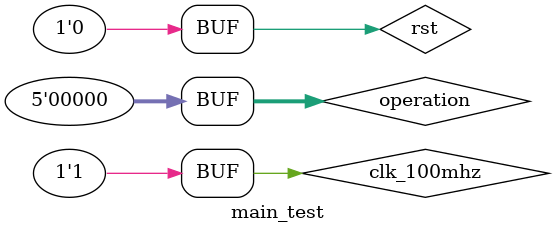
<source format=v>
`timescale 1ns / 1ps


module main_test;

	// Inputs
	reg clk_100mhz;
	reg rst;
	reg [4:0] operation;

	// Outputs
	wire [899:0] map;
	wire [32:0] hero;
	wire [23:0] curEnemy;
	wire isBattle;
	wire isShop;
	wire [1:0] shopCursor;

	// Instantiate the Unit Under Test (UUT)
	main uut (
		.clk_100mhz(clk_100mhz), 
		.rst(rst), 
		.operation(operation), 
		.map(map), 
		.hero(hero), 
		.curEnemy(curEnemy), 
		.isBattle(isBattle), 
		.isShop(isShop), 
		.shopCursor(shopCursor)
	);

	initial begin
		// Initialize Inputs
		clk_100mhz = 0;
		rst = 0;
		operation = 0;

		// Wait 100 ns for global reset to finish
		#100;
        
		// Add stimulus here
		
		#10;
		operation = 5'b00001;
		#10;
		operation = 5'b00000;
		#100;
		
		#10;
		operation = 5'b01000;
		#10;
		operation = 5'b00000;
		#100;
		
		#10;
		operation = 5'b01000;
		#10;
		operation = 5'b00000;
		#100;
		
		#10;
		operation = 5'b01000;
		#10;
		operation = 5'b00000;
		#100;
		
		#10;
		operation = 5'b01000;
		#10;
		operation = 5'b00000;
		#100;
		
		#10;
		operation = 5'b00100;
		#10;
		operation = 5'b00000;
		#100;
	end
     
	 
	always begin
		clk_100mhz = 0;#10;
		clk_100mhz = 1;#10;
	end
	
endmodule


</source>
